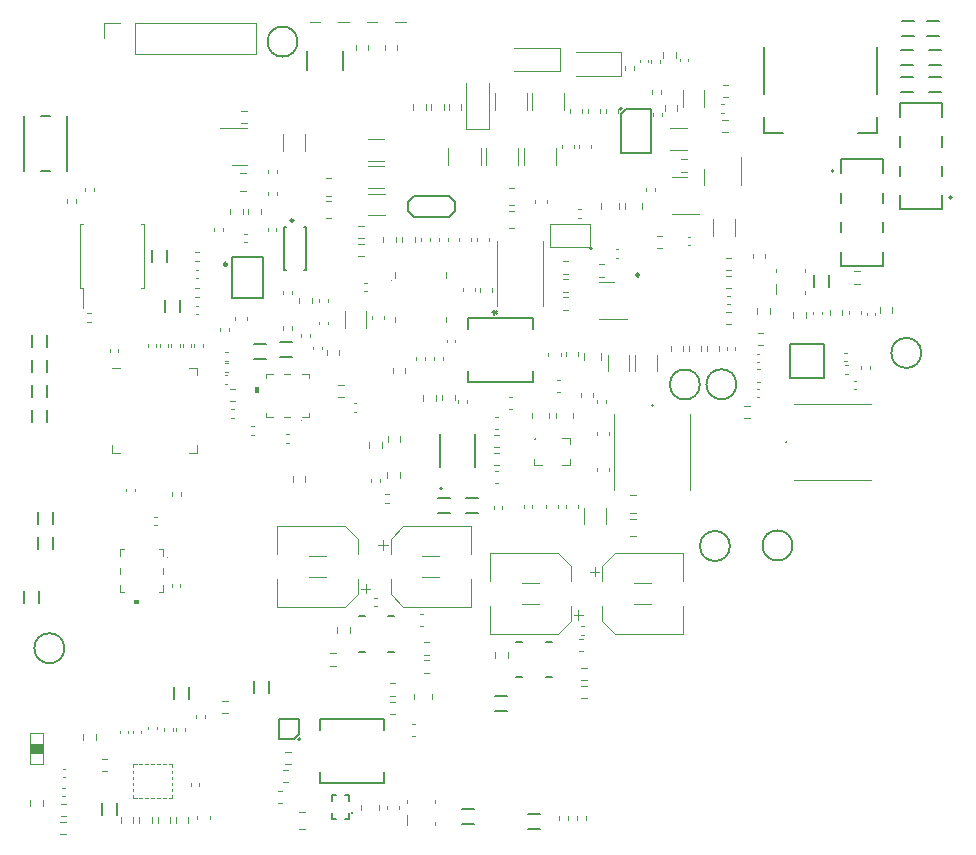
<source format=gbr>
%TF.GenerationSoftware,KiCad,Pcbnew,7.0.6-7.0.6~ubuntu22.04.1*%
%TF.CreationDate,2023-09-29T18:13:11-04:00*%
%TF.ProjectId,robot,726f626f-742e-46b6-9963-61645f706362,rev?*%
%TF.SameCoordinates,PX3938700PY9896800*%
%TF.FileFunction,Legend,Top*%
%TF.FilePolarity,Positive*%
%FSLAX46Y46*%
G04 Gerber Fmt 4.6, Leading zero omitted, Abs format (unit mm)*
G04 Created by KiCad (PCBNEW 7.0.6-7.0.6~ubuntu22.04.1) date 2023-09-29 18:13:11*
%MOMM*%
%LPD*%
G01*
G04 APERTURE LIST*
%ADD10C,0.150000*%
%ADD11C,0.200000*%
%ADD12C,0.120000*%
%ADD13C,0.160000*%
%ADD14C,0.127000*%
%ADD15C,0.110000*%
%ADD16C,0.100000*%
%ADD17C,0.239605*%
%ADD18C,0.250000*%
%ADD19C,0.152400*%
G04 APERTURE END LIST*
D10*
X40500026Y44527132D02*
X40738121Y44527132D01*
X40642883Y44289037D02*
X40738121Y44527132D01*
X40738121Y44527132D02*
X40642883Y44765227D01*
X40928597Y44384275D02*
X40738121Y44527132D01*
X40738121Y44527132D02*
X40928597Y44669989D01*
D11*
%TO.C,J1*%
X73057420Y59739801D02*
X71500000Y59739801D01*
X73057420Y61060002D02*
X73057420Y59739801D01*
X73054880Y67009281D02*
X73054880Y63059281D01*
X65100000Y59737261D02*
X63534960Y59737261D01*
X63534960Y61060002D02*
X63534960Y59737261D01*
X63532420Y67009281D02*
X63532420Y63059281D01*
D12*
%TO.C,R85*%
X27235940Y14621435D02*
X26761424Y14621435D01*
X27235940Y15666435D02*
X26761424Y15666435D01*
%TO.C,C101*%
X33709420Y9710000D02*
X33990580Y9710000D01*
X33709420Y8690000D02*
X33990580Y8690000D01*
%TO.C,R9*%
X70346359Y40080000D02*
X70653641Y40080000D01*
X70346359Y39320000D02*
X70653641Y39320000D01*
%TO.C,D3*%
X27443334Y69100000D02*
X28343334Y69100000D01*
D10*
%TO.C,TP3*%
X13515000Y11792000D02*
X13515000Y12808000D01*
X14785000Y12808000D02*
X14785000Y11792000D01*
%TO.C,TP9*%
X67765000Y46692000D02*
X67765000Y47708000D01*
X69035000Y47708000D02*
X69035000Y46692000D01*
%TO.C,TP16*%
X1515000Y35292000D02*
X1515000Y36308000D01*
X2785000Y36308000D02*
X2785000Y35292000D01*
D12*
%TO.C,R31*%
X27388630Y17421213D02*
X27388630Y17895729D01*
X28433630Y17421213D02*
X28433630Y17895729D01*
%TO.C,C78*%
X46279200Y41127780D02*
X46279200Y40846620D01*
X45259200Y41127780D02*
X45259200Y40846620D01*
%TO.C,C34*%
X46740000Y27936551D02*
X46740000Y28217711D01*
X47760000Y27936551D02*
X47760000Y28217711D01*
%TO.C,C10*%
X14283600Y41622264D02*
X14283600Y41837936D01*
X15003600Y41622264D02*
X15003600Y41837936D01*
%TO.C,R79*%
X29637258Y50827500D02*
X29162742Y50827500D01*
X29637258Y51872500D02*
X29162742Y51872500D01*
%TO.C,U4*%
X48790000Y52019800D02*
X45390000Y52019800D01*
X45390000Y52019800D02*
X45390000Y50069800D01*
X45390000Y50069800D02*
X48790000Y50069800D01*
X48790000Y50069800D02*
X48790000Y52019800D01*
D13*
X48970000Y49944800D02*
G75*
G03*
X48970000Y49944800I-80000J0D01*
G01*
D12*
%TO.C,C61*%
X22219000Y51681136D02*
X22219000Y51465464D01*
X21499000Y51681136D02*
X21499000Y51465464D01*
D14*
%TO.C,U7*%
X24785000Y65030000D02*
X24785000Y66630000D01*
X27835000Y66630000D02*
X27835000Y65030000D01*
D12*
%TO.C,D4*%
X51410000Y64550000D02*
X51410000Y66550000D01*
X51410000Y64550000D02*
X47550000Y64550000D01*
X51410000Y66550000D02*
X47550000Y66550000D01*
%TO.C,U6*%
X44009892Y31609169D02*
X44009892Y32116169D01*
X44716892Y31609169D02*
X44009892Y31609169D01*
X46370892Y33877169D02*
X47077892Y33877169D01*
X46370892Y33877169D02*
X47077892Y33877169D01*
X46370892Y33877169D02*
X47077892Y33877169D01*
X46370892Y31609169D02*
X47077892Y31609169D01*
X47077892Y33877169D02*
X47077892Y33370169D01*
X47077892Y33877169D02*
X47077892Y33370169D01*
X47077892Y33877169D02*
X47077892Y33370169D01*
X47077892Y31609169D02*
X47077892Y32116169D01*
D11*
X44129892Y33807169D02*
G75*
G03*
X44129892Y33807169I-50000J0D01*
G01*
D12*
%TO.C,R62*%
X60249634Y44563669D02*
X60724150Y44563669D01*
X60249634Y43518669D02*
X60724150Y43518669D01*
%TO.C,C6*%
X11337200Y41622264D02*
X11337200Y41837936D01*
X12057200Y41622264D02*
X12057200Y41837936D01*
%TO.C,C35*%
X23070365Y34216100D02*
X23286037Y34216100D01*
X23070365Y33496100D02*
X23286037Y33496100D01*
%TO.C,C66*%
X26560000Y43727836D02*
X26560000Y43512164D01*
X25840000Y43727836D02*
X25840000Y43512164D01*
%TO.C,R30*%
X34698872Y15080971D02*
X35173388Y15080971D01*
X34698872Y14035971D02*
X35173388Y14035971D01*
%TO.C,R25*%
X27948658Y37340700D02*
X27474142Y37340700D01*
X27948658Y38385700D02*
X27474142Y38385700D01*
%TO.C,C56*%
X19710000Y44140580D02*
X19710000Y43859420D01*
X18690000Y44140580D02*
X18690000Y43859420D01*
%TO.C,R22*%
X18267142Y38036200D02*
X18741658Y38036200D01*
X18267142Y36991200D02*
X18741658Y36991200D01*
%TO.C,C32*%
X43151892Y27969295D02*
X43151892Y28184967D01*
X43871892Y27969295D02*
X43871892Y28184967D01*
%TO.C,C36*%
X18396564Y36349700D02*
X18612236Y36349700D01*
X18396564Y35629700D02*
X18612236Y35629700D01*
D10*
%TO.C,TP8*%
X76158000Y63215000D02*
X75142000Y63215000D01*
X75142000Y64485000D02*
X76158000Y64485000D01*
D12*
%TO.C,C130*%
X47410000Y58715580D02*
X47410000Y58434420D01*
X46390000Y58715580D02*
X46390000Y58434420D01*
%TO.C,R100*%
X53920000Y65636359D02*
X53920000Y65943641D01*
X54680000Y65636359D02*
X54680000Y65943641D01*
%TO.C,C50*%
X15440000Y10192164D02*
X15440000Y10407836D01*
X16160000Y10192164D02*
X16160000Y10407836D01*
%TO.C,U2*%
X5564193Y46592569D02*
X5824193Y46592569D01*
X5824193Y46592569D02*
X5824193Y44917569D01*
X11014193Y46592569D02*
X10754193Y46592569D01*
X5564193Y49317569D02*
X5564193Y46592569D01*
X5564193Y49317569D02*
X5564193Y52042569D01*
X11014193Y49317569D02*
X11014193Y46592569D01*
X11014193Y49317569D02*
X11014193Y52042569D01*
X5564193Y52042569D02*
X5824193Y52042569D01*
X11014193Y52042569D02*
X10754193Y52042569D01*
%TO.C,R84*%
X31677500Y33562742D02*
X31677500Y34037258D01*
X32722500Y33562742D02*
X32722500Y34037258D01*
%TO.C,C38*%
X25340000Y41392164D02*
X25340000Y41607836D01*
X26060000Y41392164D02*
X26060000Y41607836D01*
%TO.C,R38*%
X9077500Y1312742D02*
X9077500Y1787258D01*
X10122500Y1312742D02*
X10122500Y1787258D01*
%TO.C,R2*%
X5240000Y54133641D02*
X5240000Y53826359D01*
X4480000Y54133641D02*
X4480000Y53826359D01*
%TO.C,Q3*%
X61580000Y55987500D02*
X61580000Y57662500D01*
X61580000Y55987500D02*
X61580000Y55337500D01*
X58460000Y55987500D02*
X58460000Y56637500D01*
X58460000Y55987500D02*
X58460000Y55337500D01*
%TO.C,R33*%
X46880000Y1903641D02*
X46880000Y1596359D01*
X46120000Y1903641D02*
X46120000Y1596359D01*
%TO.C,C27*%
X47986892Y37400589D02*
X47986892Y37681749D01*
X49006892Y37400589D02*
X49006892Y37681749D01*
%TO.C,R11*%
X33890000Y11772936D02*
X33890000Y12227064D01*
X35360000Y11772936D02*
X35360000Y12227064D01*
%TO.C,C94*%
X70322164Y41110000D02*
X70537836Y41110000D01*
X70322164Y40390000D02*
X70537836Y40390000D01*
%TO.C,R71*%
X52657064Y25565000D02*
X52202936Y25565000D01*
X52657064Y27035000D02*
X52202936Y27035000D01*
%TO.C,C54*%
X4333236Y5169600D02*
X4117564Y5169600D01*
X4333236Y5889600D02*
X4117564Y5889600D01*
%TO.C,R105*%
X34872500Y62162258D02*
X34872500Y61687742D01*
X33827500Y62162258D02*
X33827500Y61687742D01*
%TO.C,C8*%
X13318400Y41622264D02*
X13318400Y41837936D01*
X14038400Y41622264D02*
X14038400Y41837936D01*
D10*
%TO.C,TP7*%
X865000Y19892000D02*
X865000Y20908000D01*
X2135000Y20908000D02*
X2135000Y19892000D01*
D12*
%TO.C,C62*%
X21520400Y54491864D02*
X21520400Y54707536D01*
X22240400Y54491864D02*
X22240400Y54707536D01*
%TO.C,C60*%
X19490564Y51171300D02*
X19706236Y51171300D01*
X19490564Y50451300D02*
X19706236Y50451300D01*
%TO.C,Q5*%
X24952401Y35684900D02*
X24952401Y36037205D01*
X24952401Y38982595D02*
X24952401Y39334900D01*
X24952401Y39334900D02*
X24350096Y39334900D01*
X24350096Y35684900D02*
X24952401Y35684900D01*
X23404708Y39334900D02*
X22850094Y39334900D01*
X22850094Y35684900D02*
X23404708Y35684900D01*
X21904706Y39334900D02*
X21302401Y39334900D01*
X21302401Y35684900D02*
X21904706Y35684900D01*
X21302401Y36037205D02*
X21302401Y35684900D01*
X21302401Y39334900D02*
X21302401Y38982595D01*
D15*
X24332401Y35359900D02*
G75*
G03*
X24332401Y35359900I-55000J0D01*
G01*
D16*
X20679458Y37819399D02*
X20425458Y37819399D01*
X20425458Y38200399D01*
X20679458Y38200399D01*
X20679458Y37819399D01*
G36*
X20679458Y37819399D02*
G01*
X20425458Y37819399D01*
X20425458Y38200399D01*
X20679458Y38200399D01*
X20679458Y37819399D01*
G37*
D12*
%TO.C,R5*%
X14170000Y29293641D02*
X14170000Y28986359D01*
X13410000Y29293641D02*
X13410000Y28986359D01*
%TO.C,C95*%
X71092164Y38760000D02*
X71307836Y38760000D01*
X71092164Y38040000D02*
X71307836Y38040000D01*
%TO.C,D2*%
X25026668Y69100000D02*
X25926668Y69100000D01*
%TO.C,Q7*%
X19087500Y60110000D02*
X17412500Y60110000D01*
X19087500Y60110000D02*
X19737500Y60110000D01*
X19087500Y56990000D02*
X18437500Y56990000D01*
X19087500Y56990000D02*
X19737500Y56990000D01*
%TO.C,C107*%
X29938748Y56910000D02*
X31361252Y56910000D01*
X29938748Y55090000D02*
X31361252Y55090000D01*
D14*
%TO.C,TP39*%
X24010000Y67460000D02*
G75*
G03*
X24010000Y67460000I-1270000J0D01*
G01*
D12*
%TO.C,R45*%
X19836500Y52846842D02*
X19836500Y53321358D01*
X20881500Y52846842D02*
X20881500Y53321358D01*
%TO.C,R10*%
X23622707Y30164873D02*
X23622707Y30639389D01*
X24667707Y30164873D02*
X24667707Y30639389D01*
%TO.C,R77*%
X26877064Y54415000D02*
X26422936Y54415000D01*
X26877064Y55885000D02*
X26422936Y55885000D01*
%TO.C,R24*%
X27522500Y41362258D02*
X27522500Y40887742D01*
X26477500Y41362258D02*
X26477500Y40887742D01*
%TO.C,R64*%
X60249634Y47613669D02*
X60724150Y47613669D01*
X60249634Y46568669D02*
X60724150Y46568669D01*
D14*
%TO.C,U16*%
X28395000Y1655000D02*
X28395000Y2152500D01*
X28395000Y1655000D02*
X28022500Y1655000D01*
X28395000Y3645000D02*
X28395000Y3147500D01*
X28395000Y3645000D02*
X28022500Y3645000D01*
X26905000Y1655000D02*
X27277500Y1655000D01*
X26905000Y1655000D02*
X26905000Y2152500D01*
X26905000Y3645000D02*
X27277500Y3645000D01*
X26905000Y3645000D02*
X26905000Y3147500D01*
D10*
X28705000Y2150000D02*
G75*
G03*
X28705000Y2150000I-75000J0D01*
G01*
D12*
%TO.C,C47*%
X11374400Y9234564D02*
X11374400Y9450236D01*
X12094400Y9234564D02*
X12094400Y9450236D01*
D10*
%TO.C,TP11*%
X3285000Y25508000D02*
X3285000Y24492000D01*
X2015000Y24492000D02*
X2015000Y25508000D01*
D12*
%TO.C,C109*%
X56640000Y61938748D02*
X56640000Y63361252D01*
X58460000Y61938748D02*
X58460000Y63361252D01*
D10*
%TO.C,TP2*%
X1515000Y41592000D02*
X1515000Y42608000D01*
X2785000Y42608000D02*
X2785000Y41592000D01*
D12*
%TO.C,R46*%
X23534400Y46367541D02*
X23534400Y46060259D01*
X22774400Y46367541D02*
X22774400Y46060259D01*
%TO.C,C111*%
X60107836Y61440000D02*
X59892164Y61440000D01*
X60107836Y62160000D02*
X59892164Y62160000D01*
%TO.C,C2*%
X10240000Y29597836D02*
X10240000Y29382164D01*
X9520000Y29597836D02*
X9520000Y29382164D01*
D10*
%TO.C,TP6*%
X7465000Y1942000D02*
X7465000Y2958000D01*
X8735000Y2958000D02*
X8735000Y1942000D01*
D14*
%TO.C,S3*%
X73600000Y57500000D02*
X73600000Y56320000D01*
X70000000Y57500000D02*
X73600000Y57500000D01*
X70000000Y56320000D02*
X70000000Y57500000D01*
X73600000Y54680000D02*
X73600000Y53820000D01*
X70000000Y53820000D02*
X70000000Y54680000D01*
X73600000Y52180000D02*
X73600000Y51320000D01*
X70000000Y51320000D02*
X70000000Y52180000D01*
X73600000Y49680000D02*
X73600000Y48500000D01*
X73600000Y48500000D02*
X70000000Y48500000D01*
X70000000Y48500000D02*
X70000000Y49680000D01*
D11*
X69400000Y56500000D02*
G75*
G03*
X69400000Y56500000I-100000J0D01*
G01*
D12*
%TO.C,C53*%
X4307836Y3569400D02*
X4092164Y3569400D01*
X4307836Y4289400D02*
X4092164Y4289400D01*
D10*
%TO.C,TP22*%
X77292000Y69235000D02*
X78308000Y69235000D01*
X78308000Y67965000D02*
X77292000Y67965000D01*
D12*
%TO.C,R92*%
X63437258Y41777500D02*
X62962742Y41777500D01*
X63437258Y42822500D02*
X62962742Y42822500D01*
%TO.C,R70*%
X45331892Y36048233D02*
X45331892Y35594105D01*
X43861892Y36048233D02*
X43861892Y35594105D01*
D10*
%TO.C,TP5*%
X20365000Y12342000D02*
X20365000Y13358000D01*
X21635000Y13358000D02*
X21635000Y12342000D01*
D12*
%TO.C,C43*%
X34358102Y19018471D02*
X34639262Y19018471D01*
X34358102Y17998471D02*
X34639262Y17998471D01*
%TO.C,C89*%
X48787500Y22572500D02*
X49575000Y22572500D01*
X49181250Y22966250D02*
X49181250Y22178750D01*
X49815000Y23070563D02*
X49815000Y21785000D01*
X49815000Y23070563D02*
X50879437Y24135000D01*
X49815000Y18379437D02*
X49815000Y19665000D01*
X49815000Y18379437D02*
X50879437Y17315000D01*
X50879437Y24135000D02*
X56635000Y24135000D01*
X50879437Y17315000D02*
X56635000Y17315000D01*
X52513748Y21635000D02*
X53936252Y21635000D01*
X52513748Y19815000D02*
X53936252Y19815000D01*
X56635000Y24135000D02*
X56635000Y21785000D01*
X56635000Y17315000D02*
X56635000Y19665000D01*
%TO.C,R81*%
X32877500Y50462742D02*
X32877500Y50937258D01*
X33922500Y50462742D02*
X33922500Y50937258D01*
%TO.C,C41*%
X30707836Y19640000D02*
X30492164Y19640000D01*
X30707836Y20360000D02*
X30492164Y20360000D01*
%TO.C,R65*%
X18087258Y10627500D02*
X17612742Y10627500D01*
X18087258Y11672500D02*
X17612742Y11672500D01*
%TO.C,R68*%
X42377064Y53615000D02*
X41922936Y53615000D01*
X42377064Y55085000D02*
X41922936Y55085000D01*
D10*
%TO.C,TP19*%
X39308000Y27565000D02*
X38292000Y27565000D01*
X38292000Y28835000D02*
X39308000Y28835000D01*
D12*
%TO.C,R76*%
X46937258Y44777500D02*
X46462742Y44777500D01*
X46937258Y45822500D02*
X46462742Y45822500D01*
%TO.C,R37*%
X11672500Y1787258D02*
X11672500Y1312742D01*
X10627500Y1787258D02*
X10627500Y1312742D01*
%TO.C,C69*%
X36314199Y40742636D02*
X36314199Y40526964D01*
X35594199Y40742636D02*
X35594199Y40526964D01*
%TO.C,R18*%
X49996558Y47555500D02*
X49522042Y47555500D01*
X49996558Y48600500D02*
X49522042Y48600500D01*
%TO.C,R44*%
X19625464Y54822900D02*
X19171336Y54822900D01*
X19625464Y56292900D02*
X19171336Y56292900D01*
%TO.C,Q1*%
X50191100Y44003400D02*
X51866100Y44003400D01*
X50191100Y44003400D02*
X49541100Y44003400D01*
X50191100Y47123400D02*
X50841100Y47123400D01*
X50191100Y47123400D02*
X49541100Y47123400D01*
%TO.C,C44*%
X14077500Y21527836D02*
X14077500Y21312164D01*
X13357500Y21527836D02*
X13357500Y21312164D01*
D14*
%TO.C,U9*%
X32211130Y15808471D02*
X31711130Y15808471D01*
X32211130Y18808471D02*
X31711130Y18808471D01*
X29211130Y15808471D02*
X29711130Y15808471D01*
X29211130Y18808471D02*
X29711130Y18808471D01*
D10*
%TO.C,TP23*%
X75192000Y69235000D02*
X76208000Y69235000D01*
X76208000Y67965000D02*
X75192000Y67965000D01*
D12*
%TO.C,R57*%
X31812742Y11572500D02*
X32287258Y11572500D01*
X31812742Y10527500D02*
X32287258Y10527500D01*
%TO.C,C12*%
X17860564Y39194500D02*
X18076236Y39194500D01*
X17860564Y38474500D02*
X18076236Y38474500D01*
%TO.C,R103*%
X37872500Y62162258D02*
X37872500Y61687742D01*
X36827500Y62162258D02*
X36827500Y61687742D01*
%TO.C,C25*%
X42190580Y36390000D02*
X41909420Y36390000D01*
X42190580Y37410000D02*
X41909420Y37410000D01*
D10*
%TO.C,TP20*%
X77492000Y66735000D02*
X78508000Y66735000D01*
X78508000Y65465000D02*
X77492000Y65465000D01*
D12*
%TO.C,U25*%
X64550000Y46100000D02*
X64550000Y46950000D01*
X66950000Y46100000D02*
X66950000Y46349999D01*
X64550000Y47950001D02*
X64550000Y48200000D01*
X66950000Y47950001D02*
X66950000Y48200000D01*
%TO.C,R78*%
X26864564Y52490000D02*
X26410436Y52490000D01*
X26864564Y53960000D02*
X26410436Y53960000D01*
D14*
%TO.C,TP30*%
X58070000Y38429505D02*
G75*
G03*
X58070000Y38429505I-1270000J0D01*
G01*
D12*
%TO.C,R101*%
X52530000Y65403641D02*
X52530000Y65096359D01*
X51770000Y65403641D02*
X51770000Y65096359D01*
%TO.C,C103*%
X57034056Y50921169D02*
X57249728Y50921169D01*
X57034056Y50201169D02*
X57249728Y50201169D01*
%TO.C,C108*%
X29938748Y59210000D02*
X31361252Y59210000D01*
X29938748Y57390000D02*
X31361252Y57390000D01*
%TO.C,R69*%
X47331892Y36053233D02*
X47331892Y35599105D01*
X45861892Y36053233D02*
X45861892Y35599105D01*
%TO.C,R16*%
X46946258Y47819700D02*
X46471742Y47819700D01*
X46946258Y48864700D02*
X46471742Y48864700D01*
%TO.C,R74*%
X24627064Y765000D02*
X24172936Y765000D01*
X24627064Y2235000D02*
X24172936Y2235000D01*
%TO.C,Q4*%
X56342500Y52890000D02*
X58017500Y52890000D01*
X56342500Y52890000D02*
X55692500Y52890000D01*
X56342500Y56010000D02*
X56992500Y56010000D01*
X56342500Y56010000D02*
X55692500Y56010000D01*
%TO.C,R34*%
X3933342Y1422500D02*
X4407858Y1422500D01*
X3933342Y377500D02*
X4407858Y377500D01*
%TO.C,R13*%
X23437258Y6277500D02*
X22962742Y6277500D01*
X23437258Y7322500D02*
X22962742Y7322500D01*
%TO.C,R43*%
X18313900Y52846842D02*
X18313900Y53321358D01*
X19358900Y52846842D02*
X19358900Y53321358D01*
%TO.C,C72*%
X29857836Y46340000D02*
X29642164Y46340000D01*
X29857836Y47060000D02*
X29642164Y47060000D01*
%TO.C,C63*%
X21540000Y56372164D02*
X21540000Y56587836D01*
X22260000Y56372164D02*
X22260000Y56587836D01*
%TO.C,C57*%
X15602636Y44364400D02*
X15386964Y44364400D01*
X15602636Y45084400D02*
X15386964Y45084400D01*
%TO.C,C91*%
X50110000Y28011252D02*
X50110000Y26588748D01*
X48290000Y28011252D02*
X48290000Y26588748D01*
%TO.C,C28*%
X40985472Y30074169D02*
X40704312Y30074169D01*
X40985472Y31094169D02*
X40704312Y31094169D01*
%TO.C,C83*%
X54410000Y40961252D02*
X54410000Y39538748D01*
X52590000Y40961252D02*
X52590000Y39538748D01*
%TO.C,R7*%
X31446359Y29180000D02*
X31753641Y29180000D01*
X31446359Y28420000D02*
X31753641Y28420000D01*
%TO.C,C79*%
X29810000Y44611252D02*
X29810000Y43188748D01*
X27990000Y44611252D02*
X27990000Y43188748D01*
%TO.C,C131*%
X45910000Y58461252D02*
X45910000Y57038748D01*
X43190000Y58461252D02*
X43190000Y57038748D01*
%TO.C,C26*%
X40985472Y34646169D02*
X40704312Y34646169D01*
X40985472Y35666169D02*
X40704312Y35666169D01*
%TO.C,R42*%
X15341159Y46628400D02*
X15648441Y46628400D01*
X15341159Y45868400D02*
X15648441Y45868400D01*
%TO.C,C22*%
X47792164Y53260000D02*
X48007836Y53260000D01*
X47792164Y52540000D02*
X48007836Y52540000D01*
%TO.C,C9*%
X12353200Y41622264D02*
X12353200Y41837936D01*
X13073200Y41622264D02*
X13073200Y41837936D01*
%TO.C,R4*%
X18150041Y39447131D02*
X17842759Y39447131D01*
X18150041Y40207131D02*
X17842759Y40207131D01*
%TO.C,C90*%
X30862500Y24847500D02*
X31650000Y24847500D01*
X31256250Y25241250D02*
X31256250Y24453750D01*
X31890000Y25345563D02*
X31890000Y24060000D01*
X31890000Y25345563D02*
X32954437Y26410000D01*
X31890000Y20654437D02*
X31890000Y21940000D01*
X31890000Y20654437D02*
X32954437Y19590000D01*
X32954437Y26410000D02*
X38710000Y26410000D01*
X32954437Y19590000D02*
X38710000Y19590000D01*
X34588748Y23910000D02*
X36011252Y23910000D01*
X34588748Y22090000D02*
X36011252Y22090000D01*
X38710000Y26410000D02*
X38710000Y24060000D01*
X38710000Y19590000D02*
X38710000Y21940000D01*
%TO.C,C15*%
X8110000Y41192164D02*
X8110000Y41407836D01*
X8830000Y41192164D02*
X8830000Y41407836D01*
%TO.C,C106*%
X29963748Y54560000D02*
X31386252Y54560000D01*
X29963748Y52740000D02*
X31386252Y52740000D01*
%TO.C,C58*%
X15602636Y47412400D02*
X15386964Y47412400D01*
X15602636Y48132400D02*
X15386964Y48132400D01*
%TO.C,R60*%
X57139392Y41253911D02*
X57139392Y41728427D01*
X58184392Y41253911D02*
X58184392Y41728427D01*
%TO.C,R32*%
X48405000Y1903641D02*
X48405000Y1596359D01*
X47645000Y1903641D02*
X47645000Y1596359D01*
D10*
%TO.C,TP27*%
X21308000Y40565000D02*
X20292000Y40565000D01*
X20292000Y41835000D02*
X21308000Y41835000D01*
%TO.C,TP15*%
X77492000Y64485000D02*
X78508000Y64485000D01*
X78508000Y63215000D02*
X77492000Y63215000D01*
D12*
%TO.C,C97*%
X32633993Y2750649D02*
X32633993Y2469489D01*
X31613993Y2750649D02*
X31613993Y2469489D01*
%TO.C,C136*%
X48110000Y61720580D02*
X48110000Y61439420D01*
X47090000Y61720580D02*
X47090000Y61439420D01*
D14*
%TO.C,TP40*%
X76820000Y41100000D02*
G75*
G03*
X76820000Y41100000I-1270000J0D01*
G01*
D12*
%TO.C,R19*%
X36258392Y37090911D02*
X36258392Y37565427D01*
X37303392Y37090911D02*
X37303392Y37565427D01*
%TO.C,C74*%
X48187500Y18902500D02*
X47400000Y18902500D01*
X47793750Y18508750D02*
X47793750Y19296250D01*
X47160000Y18404437D02*
X47160000Y19690000D01*
X47160000Y18404437D02*
X46095563Y17340000D01*
X47160000Y23095563D02*
X47160000Y21810000D01*
X47160000Y23095563D02*
X46095563Y24160000D01*
X46095563Y17340000D02*
X40340000Y17340000D01*
X46095563Y24160000D02*
X40340000Y24160000D01*
X44461252Y19840000D02*
X43038748Y19840000D01*
X44461252Y21660000D02*
X43038748Y21660000D01*
X40340000Y17340000D02*
X40340000Y19690000D01*
X40340000Y24160000D02*
X40340000Y21810000D01*
%TO.C,C84*%
X72460000Y39957836D02*
X72460000Y39742164D01*
X71740000Y39957836D02*
X71740000Y39742164D01*
%TO.C,R3*%
X18148848Y40447131D02*
X17841566Y40447131D01*
X18148848Y41207131D02*
X17841566Y41207131D01*
%TO.C,D1*%
X32276668Y69100000D02*
X33176668Y69100000D01*
%TO.C,U18*%
D17*
X52937694Y47711169D02*
G75*
G03*
X52937694Y47711169I-119802J0D01*
G01*
D12*
%TO.C,U11*%
X10062400Y6318400D02*
X10062400Y6042483D01*
X10062400Y5698717D02*
X10062400Y5542483D01*
X10062400Y5198717D02*
X10062400Y5042483D01*
X10062400Y4698717D02*
X10062400Y4542483D01*
X10062400Y4198717D02*
X10062400Y4042483D01*
X10062400Y3698717D02*
X10062400Y3422800D01*
X10062400Y3422800D02*
X10384704Y3422800D01*
X10384704Y6318400D02*
X10062400Y6318400D01*
X10592896Y3422800D02*
X10884704Y3422800D01*
X10884704Y6318400D02*
X10592896Y6318400D01*
X11092896Y3422800D02*
X11384704Y3422800D01*
X11384704Y6318400D02*
X11092896Y6318400D01*
X11592896Y3422800D02*
X11884704Y3422800D01*
X11884704Y6318400D02*
X11592896Y6318400D01*
X12092896Y3422800D02*
X12384704Y3422800D01*
X12384704Y6318400D02*
X12092896Y6318400D01*
X12592896Y3422800D02*
X12884704Y3422800D01*
X12884704Y6318400D02*
X12592896Y6318400D01*
X13092896Y3422800D02*
X13415200Y3422800D01*
X13415200Y6318400D02*
X13092896Y6318400D01*
X13415200Y6042484D02*
X13415200Y6318400D01*
X13415200Y5542484D02*
X13415200Y5698716D01*
X13415200Y5042484D02*
X13415200Y5198716D01*
X13415200Y4542484D02*
X13415200Y4698716D01*
X13415200Y4042484D02*
X13415200Y4198716D01*
X13415200Y3422800D02*
X13415200Y3698716D01*
D10*
%TO.C,TP14*%
X44508000Y765000D02*
X43492000Y765000D01*
X43492000Y2035000D02*
X44508000Y2035000D01*
D12*
%TO.C,C21*%
X50962164Y49860000D02*
X51177836Y49860000D01*
X50962164Y49140000D02*
X51177836Y49140000D01*
D10*
%TO.C,Q2*%
X24705207Y51722131D02*
X24705207Y48132131D01*
X24545207Y51722131D02*
X24705207Y51722131D01*
X22885207Y51722131D02*
X23045207Y51722131D01*
X22885207Y51722131D02*
X22885207Y48132131D01*
X24545207Y48132131D02*
X24705207Y48132131D01*
X22885207Y48132131D02*
X23045207Y48132131D01*
D18*
X23670207Y52322131D02*
G75*
G03*
X23670207Y52322131I-125000J0D01*
G01*
D12*
%TO.C,R49*%
X32311099Y50930458D02*
X32311099Y50455942D01*
X31266099Y50930458D02*
X31266099Y50455942D01*
D10*
%TO.C,TP4*%
X37942000Y2485000D02*
X38958000Y2485000D01*
X38958000Y1215000D02*
X37942000Y1215000D01*
%TO.C,L2*%
X38478207Y44044131D02*
X43912207Y44044131D01*
X38478207Y43097131D02*
X38478207Y44044131D01*
X38478207Y38610131D02*
X38478207Y39557131D01*
X38478207Y38610131D02*
X43912207Y38610131D01*
X43912207Y43097131D02*
X43912207Y44044131D01*
X43912207Y38610131D02*
X43912207Y39557131D01*
D12*
%TO.C,R36*%
X7437742Y6722500D02*
X7912258Y6722500D01*
X7437742Y5677500D02*
X7912258Y5677500D01*
%TO.C,R41*%
X15341159Y49676400D02*
X15648441Y49676400D01*
X15341159Y48916400D02*
X15648441Y48916400D01*
D10*
%TO.C,TP26*%
X23538000Y40725000D02*
X22522000Y40725000D01*
X22522000Y41995000D02*
X23538000Y41995000D01*
D12*
%TO.C,C132*%
X51110000Y61720580D02*
X51110000Y61439420D01*
X50090000Y61720580D02*
X50090000Y61439420D01*
D10*
%TO.C,TP12*%
X37374599Y53087200D02*
X36874599Y52587200D01*
X37374599Y53887200D02*
X37374599Y53087200D01*
X36874599Y52587200D02*
X33844599Y52587200D01*
X36874599Y54387200D02*
X37374599Y53887200D01*
X33844599Y52587200D02*
X33344599Y53087200D01*
X33844599Y54387200D02*
X36874599Y54387200D01*
X33344599Y53087200D02*
X33344599Y53887200D01*
X33344599Y53887200D02*
X33844599Y54387200D01*
D12*
%TO.C,D10*%
X38250000Y60090000D02*
X40250000Y60090000D01*
X38250000Y60090000D02*
X38250000Y63950000D01*
X40250000Y60090000D02*
X40250000Y63950000D01*
%TO.C,R47*%
X23534400Y43357141D02*
X23534400Y43049859D01*
X22774400Y43357141D02*
X22774400Y43049859D01*
%TO.C,C71*%
X34476599Y50585364D02*
X34476599Y50801036D01*
X35196599Y50585364D02*
X35196599Y50801036D01*
%TO.C,R14*%
X31122500Y33562258D02*
X31122500Y33087742D01*
X30077500Y33562258D02*
X30077500Y33087742D01*
%TO.C,C75*%
X31360000Y44227780D02*
X31360000Y43946620D01*
X30340000Y44227780D02*
X30340000Y43946620D01*
%TO.C,R54*%
X51214329Y53764564D02*
X51214329Y53310436D01*
X49744329Y53764564D02*
X49744329Y53310436D01*
D10*
%TO.C,TP24*%
X3285000Y27658000D02*
X3285000Y26642000D01*
X2015000Y26642000D02*
X2015000Y27658000D01*
D12*
%TO.C,C52*%
X13740000Y9092164D02*
X13740000Y9307836D01*
X14460000Y9092164D02*
X14460000Y9307836D01*
%TO.C,C24*%
X37640000Y36892164D02*
X37640000Y37107836D01*
X38360000Y36892164D02*
X38360000Y37107836D01*
%TO.C,R51*%
X59226892Y50964105D02*
X59226892Y52418233D01*
X61046892Y50964105D02*
X61046892Y52418233D01*
%TO.C,C49*%
X16560000Y1890580D02*
X16560000Y1609420D01*
X15540000Y1890580D02*
X15540000Y1609420D01*
%TO.C,R86*%
X33122500Y39837258D02*
X33122500Y39362742D01*
X32077500Y39837258D02*
X32077500Y39362742D01*
%TO.C,C96*%
X22815000Y58238748D02*
X22815000Y59661252D01*
X24635000Y58238748D02*
X24635000Y59661252D01*
%TO.C,R98*%
X54780000Y63353641D02*
X54780000Y63046359D01*
X54020000Y63353641D02*
X54020000Y63046359D01*
%TO.C,R39*%
X13222500Y1787258D02*
X13222500Y1312742D01*
X12177500Y1787258D02*
X12177500Y1312742D01*
%TO.C,R26*%
X48017742Y14446500D02*
X48492258Y14446500D01*
X48017742Y13401500D02*
X48492258Y13401500D01*
%TO.C,C65*%
X26562400Y45634967D02*
X26562400Y45419295D01*
X25842400Y45634967D02*
X25842400Y45419295D01*
%TO.C,C137*%
X46610000Y63111252D02*
X46610000Y61688748D01*
X43890000Y63111252D02*
X43890000Y61688748D01*
%TO.C,C45*%
X12740000Y9092164D02*
X12740000Y9307836D01*
X13460000Y9092164D02*
X13460000Y9307836D01*
%TO.C,R59*%
X55614392Y41253911D02*
X55614392Y41728427D01*
X56659392Y41253911D02*
X56659392Y41728427D01*
%TO.C,R17*%
X46471742Y47340700D02*
X46946258Y47340700D01*
X46471742Y46295700D02*
X46946258Y46295700D01*
%TO.C,D6*%
X46210000Y64950000D02*
X46210000Y66950000D01*
X46210000Y64950000D02*
X42350000Y64950000D01*
X46210000Y66950000D02*
X42350000Y66950000D01*
%TO.C,R27*%
X34698872Y16604971D02*
X35173388Y16604971D01*
X34698872Y15559971D02*
X35173388Y15559971D01*
%TO.C,C59*%
X16952400Y51465464D02*
X16952400Y51681136D01*
X17672400Y51465464D02*
X17672400Y51681136D01*
%TO.C,D7*%
X44826407Y45045831D02*
X44826407Y50608431D01*
X40864007Y50608431D02*
X40864007Y45045831D01*
%TO.C,R80*%
X29637258Y49302500D02*
X29162742Y49302500D01*
X29637258Y50347500D02*
X29162742Y50347500D01*
%TO.C,R66*%
X56967258Y56447500D02*
X56492742Y56447500D01*
X56967258Y57492500D02*
X56492742Y57492500D01*
D10*
%TO.C,TP33*%
X12765000Y44592000D02*
X12765000Y45608000D01*
X14035000Y45608000D02*
X14035000Y44592000D01*
%TO.C,TP13*%
X40692000Y12085000D02*
X41708000Y12085000D01*
X41708000Y10815000D02*
X40692000Y10815000D01*
D12*
%TO.C,Q6*%
X12642500Y24475001D02*
X12290195Y24475001D01*
X9344805Y24475001D02*
X8992500Y24475001D01*
X8992500Y24475001D02*
X8992500Y23872696D01*
X12642500Y23872696D02*
X12642500Y24475001D01*
X8992500Y22927308D02*
X8992500Y22372694D01*
X12642500Y22372694D02*
X12642500Y22927308D01*
X8992500Y21427306D02*
X8992500Y20825001D01*
X12642500Y20825001D02*
X12642500Y21427306D01*
X12290195Y20825001D02*
X12642500Y20825001D01*
X8992500Y20825001D02*
X9344805Y20825001D01*
D15*
X13022500Y23800001D02*
G75*
G03*
X13022500Y23800001I-55000J0D01*
G01*
D16*
X10508001Y19948058D02*
X10127001Y19948058D01*
X10127001Y20202058D01*
X10508001Y20202058D01*
X10508001Y19948058D01*
G36*
X10508001Y19948058D02*
G01*
X10127001Y19948058D01*
X10127001Y20202058D01*
X10508001Y20202058D01*
X10508001Y19948058D01*
G37*
D12*
%TO.C,C77*%
X39485207Y46286551D02*
X39485207Y46567711D01*
X40505207Y46286551D02*
X40505207Y46567711D01*
%TO.C,C133*%
X42710000Y58461252D02*
X42710000Y57038748D01*
X39990000Y58461252D02*
X39990000Y57038748D01*
%TO.C,R96*%
X54977500Y66112742D02*
X54977500Y66587258D01*
X56022500Y66112742D02*
X56022500Y66587258D01*
%TO.C,C13*%
X20087371Y34887131D02*
X20303043Y34887131D01*
X20087371Y34167131D02*
X20303043Y34167131D01*
D14*
%TO.C,S4*%
X75000000Y53250000D02*
X75000000Y54430000D01*
X78600000Y53250000D02*
X75000000Y53250000D01*
X78600000Y54430000D02*
X78600000Y53250000D01*
X75000000Y56070000D02*
X75000000Y56930000D01*
X78600000Y56930000D02*
X78600000Y56070000D01*
X75000000Y58570000D02*
X75000000Y59430000D01*
X78600000Y59430000D02*
X78600000Y58570000D01*
X75000000Y61070000D02*
X75000000Y62250000D01*
X75000000Y62250000D02*
X78600000Y62250000D01*
X78600000Y62250000D02*
X78600000Y61070000D01*
D11*
X79400000Y54250000D02*
G75*
G03*
X79400000Y54250000I-100000J0D01*
G01*
D12*
%TO.C,R89*%
X59962742Y60822500D02*
X60437258Y60822500D01*
X59962742Y59777500D02*
X60437258Y59777500D01*
%TO.C,C73*%
X37360000Y42207836D02*
X37360000Y41992164D01*
X36640000Y42207836D02*
X36640000Y41992164D01*
%TO.C,R29*%
X48017742Y12922500D02*
X48492258Y12922500D01*
X48017742Y11877500D02*
X48492258Y11877500D01*
D14*
%TO.C,TP41*%
X65920000Y24800000D02*
G75*
G03*
X65920000Y24800000I-1270000J0D01*
G01*
D12*
%TO.C,C42*%
X47859420Y16860000D02*
X48140580Y16860000D01*
X47859420Y15840000D02*
X48140580Y15840000D01*
D10*
%TO.C,U14*%
X65687802Y41881200D02*
X68545800Y41881200D01*
X65687802Y38998200D02*
X65687802Y41881200D01*
X68545800Y41881200D02*
X68545800Y38998200D01*
X68545800Y38998200D02*
X65687802Y38998200D01*
%TO.C,TP17*%
X2785000Y40508000D02*
X2785000Y39492000D01*
X1515000Y39492000D02*
X1515000Y40508000D01*
D12*
%TO.C,C85*%
X63124636Y37329700D02*
X62908964Y37329700D01*
X63124636Y38049700D02*
X62908964Y38049700D01*
%TO.C,C86*%
X30162500Y21152500D02*
X29375000Y21152500D01*
X29768750Y20758750D02*
X29768750Y21546250D01*
X29135000Y20654437D02*
X29135000Y21940000D01*
X29135000Y20654437D02*
X28070563Y19590000D01*
X29135000Y25345563D02*
X29135000Y24060000D01*
X29135000Y25345563D02*
X28070563Y26410000D01*
X28070563Y19590000D02*
X22315000Y19590000D01*
X28070563Y26410000D02*
X22315000Y26410000D01*
X26436252Y22090000D02*
X25013748Y22090000D01*
X26436252Y23910000D02*
X25013748Y23910000D01*
X22315000Y19590000D02*
X22315000Y21940000D01*
X22315000Y26410000D02*
X22315000Y24060000D01*
%TO.C,C135*%
X39510000Y58461252D02*
X39510000Y57038748D01*
X36790000Y58461252D02*
X36790000Y57038748D01*
%TO.C,R95*%
X2448500Y8918658D02*
X1358500Y8918658D01*
X1358500Y8918658D02*
X1358500Y6333658D01*
X1358500Y6333658D02*
X2448500Y6333658D01*
X2448500Y6333658D02*
X2448500Y8918658D01*
X2418500Y7983658D02*
X1368500Y7983658D01*
X1368500Y7983658D02*
X1368500Y7263658D01*
X1368500Y7263658D02*
X2418500Y7263658D01*
X2418500Y7263658D02*
X2418500Y7983658D01*
G36*
X2418500Y7983658D02*
G01*
X1368500Y7983658D01*
X1368500Y7263658D01*
X2418500Y7263658D01*
X2418500Y7983658D01*
G37*
%TO.C,C55*%
X18170000Y43191636D02*
X18170000Y42975964D01*
X17450000Y43191636D02*
X17450000Y42975964D01*
%TO.C,R102*%
X56172500Y62087258D02*
X56172500Y61612742D01*
X55127500Y62087258D02*
X55127500Y61612742D01*
D14*
%TO.C,TP43*%
X60620000Y24750000D02*
G75*
G03*
X60620000Y24750000I-1270000J0D01*
G01*
D12*
%TO.C,R55*%
X62947300Y44418442D02*
X62947300Y44892958D01*
X63992300Y44418442D02*
X63992300Y44892958D01*
%TO.C,C88*%
X67687800Y44372864D02*
X67687800Y44588536D01*
X68407800Y44372864D02*
X68407800Y44588536D01*
%TO.C,C29*%
X50110000Y37107836D02*
X50110000Y36892164D01*
X49390000Y37107836D02*
X49390000Y36892164D01*
%TO.C,C46*%
X10040000Y8912164D02*
X10040000Y9127836D01*
X10760000Y8912164D02*
X10760000Y9127836D01*
%TO.C,C127*%
X56986252Y58290000D02*
X55563748Y58290000D01*
X56986252Y60110000D02*
X55563748Y60110000D01*
%TO.C,TH2*%
X54070000Y61146359D02*
X54070000Y61453641D01*
X54830000Y61146359D02*
X54830000Y61453641D01*
%TO.C,C48*%
X15685000Y4657836D02*
X15685000Y4442164D01*
X14965000Y4657836D02*
X14965000Y4442164D01*
%TO.C,C138*%
X43410000Y63111252D02*
X43410000Y61688748D01*
X40690000Y63111252D02*
X40690000Y61688748D01*
%TO.C,C64*%
X25038400Y42662767D02*
X25038400Y42447095D01*
X24318400Y42662767D02*
X24318400Y42447095D01*
%TO.C,R72*%
X52657064Y27575000D02*
X52202936Y27575000D01*
X52657064Y29045000D02*
X52202936Y29045000D01*
%TO.C,C92*%
X72190000Y44272164D02*
X72190000Y44487836D01*
X72910000Y44272164D02*
X72910000Y44487836D01*
%TO.C,C1*%
X45959420Y38810000D02*
X46240580Y38810000D01*
X45959420Y37790000D02*
X46240580Y37790000D01*
D14*
%TO.C,TP34*%
X61170000Y38450000D02*
G75*
G03*
X61170000Y38450000I-1270000J0D01*
G01*
D12*
%TO.C,C5*%
X6019793Y54845033D02*
X6019793Y55060705D01*
X6739793Y54845033D02*
X6739793Y55060705D01*
%TO.C,R15*%
X32647500Y31012258D02*
X32647500Y30537742D01*
X31602500Y31012258D02*
X31602500Y30537742D01*
%TO.C,C3*%
X12097836Y26490000D02*
X11882164Y26490000D01*
X12097836Y27210000D02*
X11882164Y27210000D01*
%TO.C,C4*%
X63124636Y40329700D02*
X62908964Y40329700D01*
X63124636Y41049700D02*
X62908964Y41049700D01*
%TO.C,R6*%
X30220000Y30146359D02*
X30220000Y30453641D01*
X30980000Y30146359D02*
X30980000Y30453641D01*
D10*
%TO.C,TP10*%
X11665000Y48792000D02*
X11665000Y49808000D01*
X12935000Y49808000D02*
X12935000Y48792000D01*
D14*
%TO.C,TP42*%
X4270000Y16100000D02*
G75*
G03*
X4270000Y16100000I-1270000J0D01*
G01*
D12*
%TO.C,C68*%
X39185207Y50586551D02*
X39185207Y50867711D01*
X40205207Y50586551D02*
X40205207Y50867711D01*
%TO.C,R104*%
X36372500Y62162258D02*
X36372500Y61687742D01*
X35327500Y62162258D02*
X35327500Y61687742D01*
%TO.C,C40*%
X48012164Y17960000D02*
X48227836Y17960000D01*
X48012164Y17240000D02*
X48227836Y17240000D01*
D10*
%TO.C,L4*%
X31341500Y4683000D02*
X25907500Y4683000D01*
X31341500Y5630000D02*
X31341500Y4683000D01*
X31341500Y10117000D02*
X31341500Y9170000D01*
X31341500Y10117000D02*
X25907500Y10117000D01*
X25907500Y5630000D02*
X25907500Y4683000D01*
X25907500Y10117000D02*
X25907500Y9170000D01*
D12*
%TO.C,J2*%
X10260000Y66400000D02*
X20480000Y66400000D01*
X10260000Y66400000D02*
X10260000Y69060000D01*
X20480000Y66400000D02*
X20480000Y69060000D01*
X7660000Y67730000D02*
X7660000Y69060000D01*
X7660000Y69060000D02*
X8990000Y69060000D01*
X10260000Y69060000D02*
X20480000Y69060000D01*
%TO.C,C81*%
X49735000Y41061252D02*
X49735000Y40538748D01*
X48265000Y41061252D02*
X48265000Y40538748D01*
%TO.C,L3*%
X66074200Y30317900D02*
X72525800Y30317900D01*
X72525800Y36769500D02*
X66074200Y36769500D01*
X65464600Y33543700D02*
G75*
G03*
X65464600Y33543700I-76200J0D01*
G01*
D11*
%TO.C,U1*%
X51393000Y61310000D02*
X51850000Y61767000D01*
X51393000Y58053000D02*
X51393000Y61310000D01*
X51850000Y61767000D02*
X53907000Y61767000D01*
X53907000Y61767000D02*
X53907000Y58053000D01*
X53907000Y58053000D02*
X51393000Y58053000D01*
X51493000Y61767000D02*
G75*
G03*
X51493000Y61767000I-100000J0D01*
G01*
D12*
%TO.C,R20*%
X40607634Y32630669D02*
X41082150Y32630669D01*
X40607634Y31585669D02*
X41082150Y31585669D01*
D10*
%TO.C,TP18*%
X36908000Y27565000D02*
X35892000Y27565000D01*
X35892000Y28835000D02*
X36908000Y28835000D01*
D12*
%TO.C,C112*%
X53710000Y65917836D02*
X53710000Y65702164D01*
X52990000Y65917836D02*
X52990000Y65702164D01*
%TO.C,R58*%
X54902258Y49987500D02*
X54427742Y49987500D01*
X54902258Y51032500D02*
X54427742Y51032500D01*
%TO.C,D5*%
X29860000Y69100000D02*
X30760000Y69100000D01*
%TO.C,C110*%
X56390000Y65792164D02*
X56390000Y66007836D01*
X57110000Y65792164D02*
X57110000Y66007836D01*
%TO.C,R40*%
X13727500Y1312742D02*
X13727500Y1787258D01*
X14772500Y1312742D02*
X14772500Y1787258D01*
%TO.C,R94*%
X73327500Y44487742D02*
X73327500Y44962258D01*
X74372500Y44487742D02*
X74372500Y44962258D01*
%TO.C,C76*%
X47760000Y41140580D02*
X47760000Y40859420D01*
X46740000Y41140580D02*
X46740000Y40859420D01*
%TO.C,R48*%
X25200900Y45789389D02*
X25200900Y45314873D01*
X24155900Y45789389D02*
X24155900Y45314873D01*
%TO.C,C99*%
X40640000Y27917164D02*
X40640000Y28132836D01*
X41360000Y27917164D02*
X41360000Y28132836D01*
%TO.C,R21*%
X40607634Y34154669D02*
X41082150Y34154669D01*
X40607634Y33109669D02*
X41082150Y33109669D01*
%TO.C,R56*%
X32432500Y67187727D02*
X32432500Y66713211D01*
X31387500Y67187727D02*
X31387500Y66713211D01*
%TO.C,C87*%
X63157380Y38679700D02*
X62876220Y38679700D01*
X63157380Y39699700D02*
X62876220Y39699700D01*
%TO.C,C30*%
X49351892Y34126589D02*
X49351892Y34407749D01*
X50371892Y34126589D02*
X50371892Y34407749D01*
%TO.C,R75*%
X32287258Y12077500D02*
X31812742Y12077500D01*
X32287258Y13122500D02*
X31812742Y13122500D01*
%TO.C,R12*%
X23237258Y4777500D02*
X22762742Y4777500D01*
X23237258Y5822500D02*
X22762742Y5822500D01*
D19*
%TO.C,S2*%
X3086659Y61149100D02*
X2313341Y61149100D01*
X871200Y61149100D02*
X871200Y56500900D01*
X4528800Y56500900D02*
X4528800Y61149100D01*
X2313341Y56500900D02*
X3086659Y56500900D01*
D12*
%TO.C,R1*%
X6493641Y43720000D02*
X6186359Y43720000D01*
X6493641Y44480000D02*
X6186359Y44480000D01*
D10*
%TO.C,TP1*%
X1515000Y37392000D02*
X1515000Y38408000D01*
X2785000Y38408000D02*
X2785000Y37392000D01*
D12*
%TO.C,C134*%
X49610000Y61720580D02*
X49610000Y61439420D01*
X48590000Y61720580D02*
X48590000Y61439420D01*
%TO.C,U24*%
X33250000Y1150000D02*
X33250000Y2000000D01*
X35650000Y1150000D02*
X35650000Y1399999D01*
X33250000Y3000001D02*
X33250000Y3250000D01*
X35650000Y3000001D02*
X35650000Y3250000D01*
%TO.C,R99*%
X60487258Y62777500D02*
X60012742Y62777500D01*
X60487258Y63822500D02*
X60012742Y63822500D01*
%TO.C,C33*%
X45033892Y27936551D02*
X45033892Y28217711D01*
X46053892Y27936551D02*
X46053892Y28217711D01*
%TO.C,C93*%
X70690000Y44359420D02*
X70690000Y44640580D01*
X71710000Y44359420D02*
X71710000Y44640580D01*
%TO.C,U3*%
X8290400Y32633700D02*
X8290400Y33283700D01*
X8940400Y39853700D02*
X8290400Y39853700D01*
X8940400Y32633700D02*
X8290400Y32633700D01*
X14860400Y39853700D02*
X15510400Y39853700D01*
X14860400Y32633700D02*
X15510400Y32633700D01*
X15510400Y39853700D02*
X15510400Y39203700D01*
X15510400Y32633700D02*
X15510400Y33283700D01*
%TO.C,R53*%
X65995300Y44087742D02*
X65995300Y44562258D01*
X67040300Y44087742D02*
X67040300Y44562258D01*
%TO.C,R8*%
X19245242Y61612500D02*
X19719758Y61612500D01*
X19245242Y60567500D02*
X19719758Y60567500D01*
%TO.C,C16*%
X15248800Y41622264D02*
X15248800Y41837936D01*
X15968800Y41622264D02*
X15968800Y41837936D01*
%TO.C,R52*%
X53174329Y53757064D02*
X53174329Y53302936D01*
X51704329Y53757064D02*
X51704329Y53302936D01*
D10*
%TO.C,TP21*%
X75142000Y66735000D02*
X76158000Y66735000D01*
X76158000Y65465000D02*
X75142000Y65465000D01*
D12*
%TO.C,R35*%
X3962742Y2922500D02*
X4437258Y2922500D01*
X3962742Y1877500D02*
X4437258Y1877500D01*
D14*
%TO.C,U5*%
X36047892Y31406669D02*
X36047892Y34206669D01*
X39037892Y31406669D02*
X39037892Y34206669D01*
D11*
X36267892Y29616669D02*
G75*
G03*
X36267892Y29616669I-100000J0D01*
G01*
D12*
%TO.C,R63*%
X60249634Y49138669D02*
X60724150Y49138669D01*
X60249634Y48093669D02*
X60724150Y48093669D01*
D14*
%TO.C,U8*%
X45530000Y13650000D02*
X45030000Y13650000D01*
X45530000Y16650000D02*
X45030000Y16650000D01*
X42530000Y13650000D02*
X43030000Y13650000D01*
X42530000Y16650000D02*
X43030000Y16650000D01*
D12*
%TO.C,C51*%
X8940000Y8892164D02*
X8940000Y9107836D01*
X9660000Y8892164D02*
X9660000Y9107836D01*
%TO.C,R87*%
X6922500Y8837258D02*
X6922500Y8362742D01*
X5877500Y8837258D02*
X5877500Y8362742D01*
%TO.C,L1*%
X50827092Y35968969D02*
X50827092Y29517369D01*
X57278692Y29517369D02*
X57278692Y35968969D01*
X54129092Y36654769D02*
G75*
G03*
X54129092Y36654769I-76200J0D01*
G01*
D10*
%TO.C,U12*%
X18481800Y49199400D02*
X21067800Y49199400D01*
X18481800Y45793400D02*
X18481800Y49199400D01*
X21067800Y49199400D02*
X21067800Y45793400D01*
X21067800Y45793400D02*
X18481800Y45793400D01*
D18*
X18038800Y48596400D02*
G75*
G03*
X18038800Y48596400I-125000J0D01*
G01*
D12*
%TO.C,R73*%
X29415000Y2372936D02*
X29415000Y2827064D01*
X30885000Y2372936D02*
X30885000Y2827064D01*
%TO.C,C82*%
X52110000Y40961252D02*
X52110000Y39538748D01*
X50290000Y40961252D02*
X50290000Y39538748D01*
%TO.C,R61*%
X58664392Y41253911D02*
X58664392Y41728427D01*
X59709392Y41253911D02*
X59709392Y41728427D01*
%TO.C,C20*%
X63573892Y49436749D02*
X63573892Y49155589D01*
X62553892Y49436749D02*
X62553892Y49155589D01*
%TO.C,C67*%
X37664600Y50563820D02*
X37664600Y50844980D01*
X38684600Y50563820D02*
X38684600Y50844980D01*
%TO.C,C100*%
X22678080Y2990000D02*
X22396920Y2990000D01*
X22678080Y4010000D02*
X22396920Y4010000D01*
%TO.C,R67*%
X42377064Y51663213D02*
X41922936Y51663213D01*
X42377064Y53133213D02*
X41922936Y53133213D01*
%TO.C,R97*%
X29982500Y67212258D02*
X29982500Y66737742D01*
X28937500Y67212258D02*
X28937500Y66737742D01*
%TO.C,R91*%
X69077500Y44287742D02*
X69077500Y44762258D01*
X70122500Y44287742D02*
X70122500Y44762258D01*
%TO.C,C105*%
X53550000Y54812164D02*
X53550000Y55027836D01*
X54270000Y54812164D02*
X54270000Y55027836D01*
%TO.C,C104*%
X60379056Y45926169D02*
X60594728Y45926169D01*
X60379056Y45206169D02*
X60594728Y45206169D01*
%TO.C,C102*%
X61071892Y41599005D02*
X61071892Y41383333D01*
X60351892Y41599005D02*
X60351892Y41383333D01*
%TO.C,R28*%
X40757500Y15262742D02*
X40757500Y15737258D01*
X41802500Y15262742D02*
X41802500Y15737258D01*
%TO.C,R82*%
X34677500Y37062742D02*
X34677500Y37537258D01*
X35722500Y37062742D02*
X35722500Y37537258D01*
%TO.C,C70*%
X34790199Y40742636D02*
X34790199Y40526964D01*
X34070199Y40742636D02*
X34070199Y40526964D01*
%TO.C,U13*%
X32303199Y47449140D02*
X32303199Y47943400D01*
X32303199Y43689400D02*
X32303199Y44184159D01*
X36557199Y47943400D02*
X36557199Y47449140D01*
X36557199Y44183660D02*
X36557199Y43689400D01*
D16*
X32030199Y47266400D02*
G75*
G03*
X32030199Y47266400I-50000J0D01*
G01*
D12*
%TO.C,C129*%
X48870000Y58715580D02*
X48870000Y58434420D01*
X47850000Y58715580D02*
X47850000Y58434420D01*
%TO.C,C80*%
X37985207Y46311551D02*
X37985207Y46592711D01*
X39005207Y46311551D02*
X39005207Y46592711D01*
D11*
%TO.C,U17*%
X24150000Y8850000D02*
X23700000Y8400000D01*
X24150000Y10100000D02*
X24150000Y8850000D01*
X23700000Y8400000D02*
X22450000Y8400000D01*
X22450000Y8400000D02*
X22450000Y10100000D01*
X22450000Y10100000D02*
X24150000Y10100000D01*
X24250000Y8400000D02*
G75*
G03*
X24250000Y8400000I-100000J0D01*
G01*
D12*
%TO.C,C23*%
X44140000Y53759420D02*
X44140000Y54040580D01*
X45160000Y53759420D02*
X45160000Y54040580D01*
%TO.C,R83*%
X71637258Y46977500D02*
X71162742Y46977500D01*
X71637258Y48022500D02*
X71162742Y48022500D01*
%TO.C,R93*%
X61817742Y36642500D02*
X62292258Y36642500D01*
X61817742Y35597500D02*
X62292258Y35597500D01*
%TO.C,C31*%
X49351892Y31078589D02*
X49351892Y31359749D01*
X50371892Y31078589D02*
X50371892Y31359749D01*
%TO.C,R50*%
X35980599Y50539559D02*
X35980599Y50846841D01*
X36740599Y50539559D02*
X36740599Y50846841D01*
%TO.C,R88*%
X2422500Y3212258D02*
X2422500Y2737742D01*
X1377500Y3212258D02*
X1377500Y2737742D01*
%TO.C,C39*%
X28772164Y36860000D02*
X28987836Y36860000D01*
X28772164Y36140000D02*
X28987836Y36140000D01*
%TD*%
M02*

</source>
